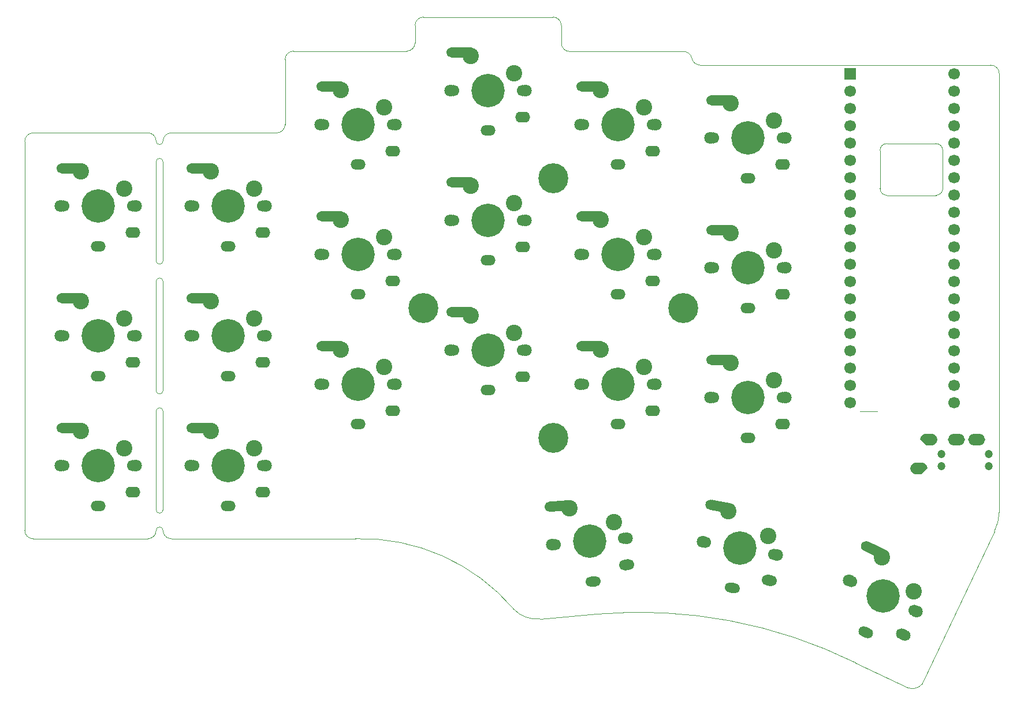
<source format=gts>
%TF.GenerationSoftware,KiCad,Pcbnew,8.0.1*%
%TF.CreationDate,2024-04-30T21:38:09+02:00*%
%TF.ProjectId,Cantor_MX,43616e74-6f72-45f4-9d58-2e6b69636164,rev1.6*%
%TF.SameCoordinates,PX78114e0PY44b6550*%
%TF.FileFunction,Soldermask,Top*%
%TF.FilePolarity,Negative*%
%FSLAX46Y46*%
G04 Gerber Fmt 4.6, Leading zero omitted, Abs format (unit mm)*
G04 Created by KiCad (PCBNEW 8.0.1) date 2024-04-30 21:38:09*
%MOMM*%
%LPD*%
G01*
G04 APERTURE LIST*
G04 Aperture macros list*
%AMHorizOval*
0 Thick line with rounded ends*
0 $1 width*
0 $2 $3 position (X,Y) of the first rounded end (center of the circle)*
0 $4 $5 position (X,Y) of the second rounded end (center of the circle)*
0 Add line between two ends*
20,1,$1,$2,$3,$4,$5,0*
0 Add two circle primitives to create the rounded ends*
1,1,$1,$2,$3*
1,1,$1,$4,$5*%
%AMFreePoly0*
4,1,28,-0.850000,0.400000,-0.842219,0.514750,-0.797860,0.693119,-0.716195,0.857783,-0.601041,1.001041,-0.457783,1.116195,-0.293119,1.197860,-0.114750,1.242219,0.000000,1.250000,0.850000,0.400000,0.850000,-0.400000,0.842219,-0.514750,0.797860,-0.693119,0.716195,-0.857783,0.601041,-1.001041,0.457783,-1.116195,0.293119,-1.197860,0.114750,-1.242219,0.000000,-1.250000,-0.114750,-1.242219,
-0.293119,-1.197860,-0.457783,-1.116195,-0.601041,-1.001041,-0.716195,-0.857783,-0.797860,-0.693119,-0.842219,-0.514750,-0.850000,-0.400000,-0.850000,0.400000,-0.850000,0.400000,$1*%
%AMFreePoly1*
4,1,28,-0.850000,0.400000,-0.842219,0.514750,-0.797860,0.693119,-0.716195,0.857783,-0.601041,1.001041,-0.457783,1.116195,-0.293119,1.197860,-0.114750,1.242219,0.000000,1.250000,0.114750,1.242219,0.293119,1.197860,0.457783,1.116195,0.601041,1.001041,0.716195,0.857783,0.797860,0.693119,0.842219,0.514750,0.850000,0.400000,0.850000,-0.400000,0.000000,-1.250000,-0.114750,-1.242219,
-0.293119,-1.197860,-0.457783,-1.116195,-0.601041,-1.001041,-0.716195,-0.857783,-0.797860,-0.693119,-0.842219,-0.514750,-0.850000,-0.400000,-0.850000,0.400000,-0.850000,0.400000,$1*%
G04 Aperture macros list end*
%ADD10C,0.120000*%
%ADD11C,1.800000*%
%ADD12C,1.700000*%
%ADD13C,4.900000*%
%ADD14C,2.400000*%
%ADD15O,2.200000X1.600000*%
%ADD16HorizOval,1.500000X1.449945X-0.012653X-1.449945X0.012653X0*%
%ADD17O,2.200000X1.500000*%
%ADD18HorizOval,1.600000X0.298858X0.026147X-0.298858X-0.026147X0*%
%ADD19HorizOval,1.500000X1.445530X0.113766X-1.445530X-0.113766X0*%
%ADD20HorizOval,1.500000X0.348668X0.030505X-0.348668X-0.030505X0*%
%ADD21C,1.200000*%
%ADD22FreePoly0,270.000000*%
%ADD23FreePoly1,270.000000*%
%ADD24O,2.500000X1.700000*%
%ADD25HorizOval,1.600000X0.271892X-0.126785X-0.271892X0.126785X0*%
%ADD26HorizOval,1.500000X1.308749X-0.624241X-1.308749X0.624241X0*%
%ADD27HorizOval,1.500000X0.317208X-0.147916X-0.317208X0.147916X0*%
%ADD28R,1.700000X1.700000*%
%ADD29C,4.400000*%
%ADD30HorizOval,1.600000X0.295442X-0.052094X-0.295442X0.052094X0*%
%ADD31HorizOval,1.500000X1.425720X-0.264242X-1.425720X0.264242X0*%
%ADD32HorizOval,1.500000X0.344683X-0.060777X-0.344683X0.060777X0*%
%TA.AperFunction,Profile*%
%ADD33C,0.100000*%
%TD*%
G04 APERTURE END LIST*
D10*
%TO.C,U1*%
X54525000Y-28080000D02*
X57065000Y-28080000D01*
%TD*%
D11*
%TO.C,K25*%
X32600000Y-26050000D03*
X32600000Y-26050000D03*
D12*
X33020000Y-26050000D03*
X33020000Y-26050000D03*
D13*
X38100000Y-26050000D03*
X38100000Y-26050000D03*
D12*
X43180000Y-26050000D03*
X43180000Y-26050000D03*
D11*
X43600000Y-26050000D03*
X43600000Y-26050000D03*
D14*
X41910000Y-23510000D03*
D15*
X43200000Y-29950000D03*
D16*
X34199958Y-20509599D03*
D14*
X35560000Y-20970000D03*
D17*
X38100000Y-31950000D03*
%TD*%
D11*
%TO.C,K24*%
X13550000Y-24050000D03*
X13550000Y-24050000D03*
D12*
X13970000Y-24050000D03*
X13970000Y-24050000D03*
D13*
X19050000Y-24050000D03*
X19050000Y-24050000D03*
D12*
X24130000Y-24050000D03*
X24130000Y-24050000D03*
D11*
X24550000Y-24050000D03*
X24550000Y-24050000D03*
D14*
X22860000Y-21510000D03*
D15*
X24150000Y-27950000D03*
D16*
X15149958Y-18509599D03*
D14*
X16510000Y-18970000D03*
D17*
X19050000Y-29950000D03*
%TD*%
D11*
%TO.C,K21*%
X-43600000Y-36050000D03*
X-43600000Y-36050000D03*
D12*
X-43180000Y-36050000D03*
X-43180000Y-36050000D03*
D13*
X-38100000Y-36050000D03*
X-38100000Y-36050000D03*
D12*
X-33020000Y-36050000D03*
X-33020000Y-36050000D03*
D11*
X-32600000Y-36050000D03*
X-32600000Y-36050000D03*
D14*
X-34290000Y-33510000D03*
D15*
X-33000000Y-39950000D03*
D16*
X-42000042Y-30509599D03*
D14*
X-40640000Y-30970000D03*
D17*
X-38100000Y-41950000D03*
%TD*%
D11*
%TO.C,K02*%
X-24550000Y14050000D03*
X-24550000Y14050000D03*
D12*
X-24130000Y14050000D03*
X-24130000Y14050000D03*
D13*
X-19050000Y14050000D03*
X-19050000Y14050000D03*
D12*
X-13970000Y14050000D03*
X-13970000Y14050000D03*
D11*
X-13550000Y14050000D03*
X-13550000Y14050000D03*
D14*
X-15240000Y16590000D03*
D15*
X-13950000Y10150000D03*
D16*
X-22950042Y19590401D03*
D14*
X-21590000Y19130000D03*
D17*
X-19050000Y8150000D03*
%TD*%
D11*
%TO.C,K10*%
X-62650000Y-17000000D03*
X-62650000Y-17000000D03*
D12*
X-62230000Y-17000000D03*
X-62230000Y-17000000D03*
D13*
X-57150000Y-17000000D03*
X-57150000Y-17000000D03*
D12*
X-52070000Y-17000000D03*
X-52070000Y-17000000D03*
D11*
X-51650000Y-17000000D03*
X-51650000Y-17000000D03*
D14*
X-53340000Y-14460000D03*
D15*
X-52050000Y-20900000D03*
D16*
X-61050042Y-11459599D03*
D14*
X-59690000Y-11920000D03*
D17*
X-57150000Y-22900000D03*
%TD*%
D11*
%TO.C,K04*%
X13550000Y14050000D03*
X13550000Y14050000D03*
D12*
X13970000Y14050000D03*
X13970000Y14050000D03*
D13*
X19050000Y14050000D03*
X19050000Y14050000D03*
D12*
X24130000Y14050000D03*
X24130000Y14050000D03*
D11*
X24550000Y14050000D03*
X24550000Y14050000D03*
D14*
X22860000Y16590000D03*
D15*
X24150000Y10150000D03*
D16*
X15149958Y19590401D03*
D14*
X16510000Y19130000D03*
D17*
X19050000Y8150000D03*
%TD*%
D11*
%TO.C,K12*%
X-24550000Y-5000000D03*
X-24550000Y-5000000D03*
D12*
X-24130000Y-5000000D03*
X-24130000Y-5000000D03*
D13*
X-19050000Y-5000000D03*
X-19050000Y-5000000D03*
D12*
X-13970000Y-5000000D03*
X-13970000Y-5000000D03*
D11*
X-13550000Y-5000000D03*
X-13550000Y-5000000D03*
D14*
X-15240000Y-2460000D03*
D15*
X-13950000Y-8900000D03*
D16*
X-22950042Y540401D03*
D14*
X-21590000Y80000D03*
D17*
X-19050000Y-10900000D03*
%TD*%
D11*
%TO.C,K30*%
X9420929Y-47629357D03*
X9420929Y-47629357D03*
D12*
X9839331Y-47592751D03*
X9839331Y-47592751D03*
D13*
X14900000Y-47150000D03*
X14900000Y-47150000D03*
D12*
X19960669Y-46707249D03*
X19960669Y-46707249D03*
D11*
X20379071Y-46670643D03*
X20379071Y-46670643D03*
D14*
X18474126Y-44287602D03*
D18*
X20320500Y-50590665D03*
D19*
X10531921Y-41970593D03*
D14*
X11926914Y-42310707D03*
D20*
X15414219Y-53027549D03*
%TD*%
D11*
%TO.C,K01*%
X-43600000Y2050000D03*
X-43600000Y2050000D03*
D12*
X-43180000Y2050000D03*
X-43180000Y2050000D03*
D13*
X-38100000Y2050000D03*
X-38100000Y2050000D03*
D12*
X-33020000Y2050000D03*
X-33020000Y2050000D03*
D11*
X-32600000Y2050000D03*
X-32600000Y2050000D03*
D14*
X-34290000Y4590000D03*
D15*
X-33000000Y-1850000D03*
D16*
X-42000042Y7590401D03*
D14*
X-40640000Y7130000D03*
D17*
X-38100000Y-3850000D03*
%TD*%
D11*
%TO.C,K14*%
X13550000Y-5000000D03*
X13550000Y-5000000D03*
D12*
X13970000Y-5000000D03*
X13970000Y-5000000D03*
D13*
X19050000Y-5000000D03*
X19050000Y-5000000D03*
D12*
X24130000Y-5000000D03*
X24130000Y-5000000D03*
D11*
X24550000Y-5000000D03*
X24550000Y-5000000D03*
D14*
X22860000Y-2460000D03*
D15*
X24150000Y-8900000D03*
D16*
X15149958Y540401D03*
D14*
X16510000Y80000D03*
D17*
X19050000Y-10900000D03*
%TD*%
D11*
%TO.C,K23*%
X-5500000Y-19050000D03*
X-5500000Y-19050000D03*
D12*
X-5080000Y-19050000D03*
X-5080000Y-19050000D03*
D13*
X0Y-19050000D03*
X0Y-19050000D03*
D12*
X5080000Y-19050000D03*
X5080000Y-19050000D03*
D11*
X5500000Y-19050000D03*
X5500000Y-19050000D03*
D14*
X3810000Y-16510000D03*
D15*
X5100000Y-22950000D03*
D16*
X-3900042Y-13509599D03*
D14*
X-2540000Y-13970000D03*
D17*
X0Y-24950000D03*
%TD*%
D11*
%TO.C,K03*%
X-5500000Y19050000D03*
X-5500000Y19050000D03*
D12*
X-5080000Y19050000D03*
X-5080000Y19050000D03*
D13*
X0Y19050000D03*
X0Y19050000D03*
D12*
X5080000Y19050000D03*
X5080000Y19050000D03*
D11*
X5500000Y19050000D03*
X5500000Y19050000D03*
D14*
X3810000Y21590000D03*
D15*
X5100000Y15150000D03*
D16*
X-3900042Y24590401D03*
D14*
X-2540000Y24130000D03*
D17*
X0Y13150000D03*
%TD*%
D11*
%TO.C,K22*%
X-24550000Y-24050000D03*
X-24550000Y-24050000D03*
D12*
X-24130000Y-24050000D03*
X-24130000Y-24050000D03*
D13*
X-19050000Y-24050000D03*
X-19050000Y-24050000D03*
D12*
X-13970000Y-24050000D03*
X-13970000Y-24050000D03*
D11*
X-13550000Y-24050000D03*
X-13550000Y-24050000D03*
D14*
X-15240000Y-21510000D03*
D15*
X-13950000Y-27950000D03*
D16*
X-22950042Y-18509599D03*
D14*
X-21590000Y-18970000D03*
D17*
X-19050000Y-29950000D03*
%TD*%
D21*
%TO.C,J1*%
X73460000Y-34320000D03*
X66460000Y-34320000D03*
X73460000Y-36070000D03*
X66460000Y-36070000D03*
D22*
X63160000Y-36420000D03*
D23*
X64660000Y-32220000D03*
D24*
X68660000Y-32220000D03*
X71660000Y-32220000D03*
%TD*%
D11*
%TO.C,K15*%
X32600000Y-7000000D03*
X32600000Y-7000000D03*
D12*
X33020000Y-7000000D03*
X33020000Y-7000000D03*
D13*
X38100000Y-7000000D03*
X38100000Y-7000000D03*
D12*
X43180000Y-7000000D03*
X43180000Y-7000000D03*
D11*
X43600000Y-7000000D03*
X43600000Y-7000000D03*
D14*
X41910000Y-4460000D03*
D15*
X43200000Y-10900000D03*
D16*
X34199958Y-1459599D03*
D14*
X35560000Y-1920000D03*
D17*
X38100000Y-12900000D03*
%TD*%
D11*
%TO.C,K32*%
X52915307Y-52825600D03*
X52915307Y-52825600D03*
D12*
X53295956Y-53003099D03*
X53295956Y-53003099D03*
D13*
X57900000Y-55150000D03*
X57900000Y-55150000D03*
D12*
X62504044Y-57296901D03*
X62504044Y-57296901D03*
D11*
X62884693Y-57474400D03*
X62884693Y-57474400D03*
D14*
X62426483Y-54458154D03*
D25*
X60873958Y-60839954D03*
D26*
X56706836Y-48480462D03*
D14*
X57744879Y-49472506D03*
D27*
X55406552Y-60497216D03*
%TD*%
D11*
%TO.C,K11*%
X-43600000Y-17000000D03*
X-43600000Y-17000000D03*
D12*
X-43180000Y-17000000D03*
X-43180000Y-17000000D03*
D13*
X-38100000Y-17000000D03*
X-38100000Y-17000000D03*
D12*
X-33020000Y-17000000D03*
X-33020000Y-17000000D03*
D11*
X-32600000Y-17000000D03*
X-32600000Y-17000000D03*
D14*
X-34290000Y-14460000D03*
D15*
X-33000000Y-20900000D03*
D16*
X-42000042Y-11459599D03*
D14*
X-40640000Y-11920000D03*
D17*
X-38100000Y-22900000D03*
%TD*%
D28*
%TO.C,U1*%
X53135000Y21430000D03*
D12*
X53135000Y18890000D03*
X53135000Y16350000D03*
X53135000Y13810000D03*
X53135000Y11270000D03*
X53135000Y8730000D03*
X53135000Y6190000D03*
X53135000Y3650000D03*
X53135000Y1110000D03*
X53135000Y-1430000D03*
X53135000Y-3970000D03*
X53135000Y-6510000D03*
X53135000Y-9050000D03*
X53135000Y-11590000D03*
X53135000Y-14130000D03*
X53135000Y-16670000D03*
X53135000Y-19210000D03*
X53135000Y-21750000D03*
X53135000Y-24290000D03*
X53135000Y-26830000D03*
X68375000Y-26830000D03*
X68375000Y-24290000D03*
X68375000Y-21750000D03*
X68375000Y-19210000D03*
X68375000Y-16670000D03*
X68375000Y-14130000D03*
X68375000Y-11590000D03*
X68375000Y-9050000D03*
X68375000Y-6510000D03*
X68375000Y-3970000D03*
X68375000Y-1430000D03*
X68375000Y1110000D03*
X68375000Y3650000D03*
X68375000Y6190000D03*
X68375000Y8730000D03*
X68375000Y11270000D03*
X68375000Y13810000D03*
X68375000Y16350000D03*
X68375000Y18890000D03*
X68375000Y21430000D03*
%TD*%
D11*
%TO.C,K05*%
X32600000Y12050000D03*
X32600000Y12050000D03*
D12*
X33020000Y12050000D03*
X33020000Y12050000D03*
D13*
X38100000Y12050000D03*
X38100000Y12050000D03*
D12*
X43180000Y12050000D03*
X43180000Y12050000D03*
D11*
X43600000Y12050000D03*
X43600000Y12050000D03*
D14*
X41910000Y14590000D03*
D15*
X43200000Y8150000D03*
D16*
X34199958Y17590401D03*
D14*
X35560000Y17130000D03*
D17*
X38100000Y6150000D03*
%TD*%
D11*
%TO.C,K20*%
X-62650000Y-36050000D03*
X-62650000Y-36050000D03*
D12*
X-62230000Y-36050000D03*
X-62230000Y-36050000D03*
D13*
X-57150000Y-36050000D03*
X-57150000Y-36050000D03*
D12*
X-52070000Y-36050000D03*
X-52070000Y-36050000D03*
D11*
X-51650000Y-36050000D03*
X-51650000Y-36050000D03*
D14*
X-53340000Y-33510000D03*
D15*
X-52050000Y-39950000D03*
D16*
X-61050042Y-30509599D03*
D14*
X-59690000Y-30970000D03*
D17*
X-57150000Y-41950000D03*
%TD*%
D11*
%TO.C,K13*%
X-5500000Y0D03*
X-5500000Y0D03*
D12*
X-5080000Y0D03*
X-5080000Y0D03*
D13*
X0Y0D03*
X0Y0D03*
D12*
X5080000Y0D03*
X5080000Y0D03*
D11*
X5500000Y0D03*
X5500000Y0D03*
D14*
X3810000Y2540000D03*
D15*
X5100000Y-3900000D03*
D16*
X-3900042Y5540401D03*
D14*
X-2540000Y5080000D03*
D17*
X0Y-5900000D03*
%TD*%
D11*
%TO.C,K00*%
X-62650000Y2050000D03*
X-62650000Y2050000D03*
D12*
X-62230000Y2050000D03*
X-62230000Y2050000D03*
D13*
X-57150000Y2050000D03*
X-57150000Y2050000D03*
D12*
X-52070000Y2050000D03*
X-52070000Y2050000D03*
D11*
X-51650000Y2050000D03*
X-51650000Y2050000D03*
D14*
X-53340000Y4590000D03*
D15*
X-52050000Y-1850000D03*
D16*
X-61050042Y7590401D03*
D14*
X-59690000Y7130000D03*
D17*
X-57150000Y-3850000D03*
%TD*%
D29*
%TO.C,REF\u002A\u002A*%
X-9480000Y-12910000D03*
X9570000Y6140000D03*
X9570000Y-31960000D03*
X28620000Y-12910000D03*
%TD*%
D11*
%TO.C,K31*%
X31483557Y-47194935D03*
X31483557Y-47194935D03*
D12*
X31897177Y-47267867D03*
X31897177Y-47267867D03*
D13*
X36900000Y-48150000D03*
X36900000Y-48150000D03*
D12*
X41902823Y-49032133D03*
X41902823Y-49032133D03*
D11*
X42316443Y-49105065D03*
X42316443Y-49105065D03*
D14*
X41093184Y-46310188D03*
D30*
X41245292Y-52876356D03*
D31*
X34021289Y-42016535D03*
D14*
X35280721Y-42706110D03*
D32*
X35875476Y-53960366D03*
%TD*%
D33*
X-48624955Y-8974517D02*
X-48625000Y-25025000D01*
X-10673448Y26043104D02*
G75*
G02*
X-11910000Y24806548I-1236552J-4D01*
G01*
X66685000Y4640000D02*
G75*
G02*
X65685000Y3640000I-1000000J0D01*
G01*
X-47625000Y-25025000D02*
X-47624955Y-8974517D01*
X-46398448Y-46750000D02*
X-19400000Y-46750000D01*
X63630000Y-68110000D02*
X74248728Y-45663239D01*
X7610000Y-58539999D02*
G75*
G02*
X3789970Y-57090029I-380000J4755899D01*
G01*
X-48625000Y-28025000D02*
X-48625040Y-42523488D01*
X57485000Y10240000D02*
G75*
G02*
X58485000Y11240000I1000200J-200D01*
G01*
X57485000Y4640000D02*
X57485000Y10240000D01*
X31110000Y22759999D02*
G75*
G02*
X29900001Y23770000I0J1229801D01*
G01*
X-48125000Y-27525000D02*
G75*
G02*
X-47625000Y-28025000I0J-500000D01*
G01*
X65685000Y3640000D02*
X58485000Y3640000D01*
X-46408363Y12807822D02*
X-30964374Y12807822D01*
X73670000Y22760000D02*
X31110000Y22760000D01*
X-10673448Y28570000D02*
X-10673448Y26043104D01*
X-9436896Y29806552D02*
X9530000Y29806552D01*
X-47625040Y-42523488D02*
G75*
G02*
X-48125040Y-43023460I-499960J-12D01*
G01*
X66677893Y10240000D02*
X66685000Y4640000D01*
X12003104Y24750000D02*
X28690000Y24750000D01*
X-48624915Y8581270D02*
X-48624955Y-5974517D01*
X-48124915Y9081270D02*
G75*
G02*
X-47624930Y8581270I15J-499970D01*
G01*
X73670000Y22759999D02*
G75*
G02*
X74960028Y21510000I49000J-1240099D01*
G01*
X-28480000Y24806552D02*
X-11910000Y24806552D01*
X74960000Y-42840000D02*
G75*
G02*
X74248732Y-45663241I-6436300J120300D01*
G01*
X-48124955Y-6474517D02*
G75*
G02*
X-48625017Y-5974517I55J500117D01*
G01*
X-48125000Y-25525000D02*
G75*
G02*
X-48625000Y-25025000I0J500000D01*
G01*
X65677893Y11240000D02*
G75*
G02*
X66677900Y10240000I7J-1000000D01*
G01*
X-48625040Y-45523488D02*
G75*
G02*
X-48125040Y-45023560I499940J-12D01*
G01*
X-46398448Y-46749999D02*
G75*
G02*
X-47624939Y-45533448I-9852J1216599D01*
G01*
X-48625040Y-45523488D02*
G75*
G02*
X-49841592Y-46750100I-1216660J-9912D01*
G01*
X-48124915Y11081270D02*
G75*
G02*
X-48624933Y11591230I15J500130D01*
G01*
X-48124955Y-8474517D02*
G75*
G02*
X-47624917Y-8974517I-45J-500083D01*
G01*
X-29730000Y23570000D02*
G75*
G02*
X-28480000Y24806527I1236600J0D01*
G01*
X10766552Y28570000D02*
X10766552Y25980000D01*
X15940000Y-57820000D02*
X7610000Y-58540000D01*
X-47625040Y-42523488D02*
X-47625000Y-28025000D01*
X53910000Y-64960000D02*
X61613868Y-68641488D01*
X-66670000Y-46750000D02*
G75*
G02*
X-67896540Y-45533448I-9900J1216600D01*
G01*
X28690000Y24750000D02*
G75*
G02*
X29900008Y23770002I0J-1237000D01*
G01*
X-48624915Y8581270D02*
G75*
G02*
X-48124915Y9081215I499915J30D01*
G01*
X-67896552Y11570000D02*
G75*
G02*
X-66660000Y12806552I1236552J0D01*
G01*
X-29727822Y14044374D02*
G75*
G02*
X-30964374Y12807822I-1236578J26D01*
G01*
X58485000Y11240000D02*
X65677893Y11240000D01*
X-66660000Y12806552D02*
X-49851507Y12807782D01*
X12003104Y24750000D02*
G75*
G02*
X10766583Y25980000I-6504J1230000D01*
G01*
X-47624915Y11581270D02*
G75*
G02*
X-48124915Y11081215I-499985J-70D01*
G01*
X-47624955Y-5974517D02*
G75*
G02*
X-48124955Y-6474445I-500045J117D01*
G01*
X-49851507Y12807782D02*
G75*
G02*
X-48624978Y11591230I9907J-1216582D01*
G01*
X-48125040Y-45023488D02*
G75*
G02*
X-47624983Y-45533448I-60J-500212D01*
G01*
X-10673448Y28570000D02*
G75*
G02*
X-9436896Y29806548I1236548J0D01*
G01*
X-48125040Y-43023488D02*
G75*
G02*
X-48625088Y-42523488I40J500088D01*
G01*
X-47624914Y11581270D02*
G75*
G02*
X-46408363Y12807855I1216614J9930D01*
G01*
X58485000Y3640001D02*
G75*
G02*
X57485001Y4640000I10000J1009999D01*
G01*
X-29730000Y23570000D02*
X-29727822Y14044374D01*
X-19400000Y-46750000D02*
G75*
G02*
X3790002Y-57089998I809300J-29359600D01*
G01*
X9530000Y29806552D02*
G75*
G02*
X10766552Y28570000I0J-1236552D01*
G01*
X-49841592Y-46750040D02*
X-66670000Y-46750000D01*
X-47625000Y-25025000D02*
G75*
G02*
X-48125000Y-25525000I-500000J0D01*
G01*
X-48624955Y-8974517D02*
G75*
G02*
X-48124955Y-8474545I499955J17D01*
G01*
X-48625000Y-28025000D02*
G75*
G02*
X-48125000Y-27525000I500000J0D01*
G01*
X-47624955Y-5974517D02*
X-47624915Y8581270D01*
X74960000Y-42840000D02*
X74960000Y21510000D01*
X63629999Y-68109999D02*
G75*
G02*
X61613883Y-68641447I-1392999J1194599D01*
G01*
X-67896552Y-45533448D02*
X-67896552Y11570000D01*
X15940000Y-57820000D02*
G75*
G02*
X53910001Y-64959998I6272100J-71176300D01*
G01*
M02*

</source>
